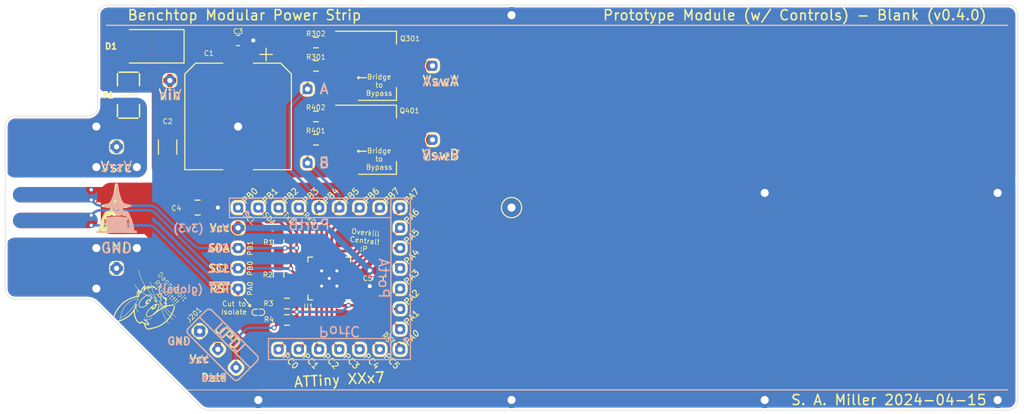
<source format=kicad_pcb>
(kicad_pcb (version 20211014) (generator pcbnew)
  (title_block (title "Benchtop Modular Power Strip") (date "2024-04-15") (rev "0.4.0") (company "S. A. Miller") (comment 1 "Prototype Module (w/ Controls)") (comment 2 "Blank"))
  (layers (0 "F.Cu" signal) (31 "B.Cu" signal) (34 "B.Paste" user) (35 "F.Paste" user) (36 "B.SilkS" user "B.Silkscreen") (37 "F.SilkS" user "F.Silkscreen") (38 "B.Mask" user) (39 "F.Mask" user) (44 "Edge.Cuts" user))
  (net 0 "")
  (net 1 "GND")
  (net 2 "~{RESET}")
  (net 3 "Dat0")
  (net 4 "PA4")
  (net 5 "PA5")
  (net 6 "PA6")
  (net 7 "PA7")
  (net 8 "PB2")
  (net 9 "PB3")
  (net 10 "PA1")
  (net 11 "PA2")
  (net 12 "PA3")
  (net 13 "PB0")
  (net 14 "PB1")
  (net 15 "PB4")
  (net 16 "PB5")
  (net 17 "PB6")
  (net 18 "PB7")
  (net 19 "PC2")
  (net 20 "PC3")
  (net 21 "PC4")
  (net 22 "PC5")
  (net 23 "Vsrc")
  (net 24 "Vin")
  (net 25 "/Source Power Rail/Vprot")
  (net 26 "PA0")
  (net 27 "I2C-Vcc")
  (net 28 "PC0")
  (net 29 "PC1")
  (net 30 "Net-(Q301-Pad1)")
  (net 31 "VswA")
  (net 32 "Net-(Q401-Pad1)")
  (net 33 "VswB")
  (footprint "tinker:TestPoint_THTPad_D1.0mm_Drill0.5mm" (layer "F.Cu") (at 79 114)
    (fp_text reference "PC1")
    (fp_text value "CtrlC" hide)
  )
  (footprint "Package_TO_SOT_SMD:SOT-223-3_TabPin2" (layer "F.Cu") (at 86.7278 93.3)
    (fp_text reference "Q401")
    (fp_text value "ZXMP4A16G")
  )
  (footprint "tinker:TestPoint_THTPad_D1.0mm_Drill0.5mm" (layer "F.Cu") (at 92.2 93.3)
    (fp_text reference "TP402" hide)
    (fp_text value "VswB" hide)
  )
  (footprint "Capacitor_SMD:C_0805_2012Metric" (layer "F.Cu") (at 69 100)
    (fp_text reference "C4")
    (fp_text value "4.7uF")
  )
  (footprint "Resistor_SMD:R_0603_1608Metric" (layer "F.Cu") (at 77.825 109.474)
    (fp_text reference "R3")
    (fp_text value "10k")
  )
  (footprint "Resistor_SMD:R_0603_1608Metric" (layer "F.Cu") (at 80.6794 86)
    (fp_text reference "R301")
    (fp_text value "100")
  )
  (footprint "tinker:TestPoint_THTPad_D1.0mm_Drill0.5mm" (layer "F.Cu") (at 73 108)
    (fp_text reference "TP3" hide)
    (fp_text value "Dat0" hide)
  )
  (footprint "tinker:TestPoint_THTPad_D1.0mm_Drill0.5mm" (layer "F.Cu") (at 61 94)
    (fp_text reference "TP1" hide)
    (fp_text value "Vsrc" hide)
  )
  (footprint "tinker:TestPoint_THTPad_D1.0mm_Drill0.5mm" (layer "F.Cu") (at 85 114 90)
    (fp_text reference "PC4")
    (fp_text value "CtrlC" hide)
  )
  (footprint "Capacitor_SMD:C_0603_1608Metric" (layer "F.Cu") (at 86.8172 106.9848 -90)
    (fp_text reference "C5")
    (fp_text value "100nF")
  )
  (footprint "tinker:TestPoint_THTPad_D1.0mm_Drill0.5mm" (layer "F.Cu") (at 79.8544 95.6)
    (fp_text reference "TP401" hide)
    (fp_text value "CtrlA" hide)
  )
  (footprint "tinker:TestPoint_THTPad_D1.0mm_Drill0.5mm" (layer "F.Cu") (at 81 100 90)
    (fp_text reference "PB4")
    (fp_text value "CtrlB" hide)
  )
  (footprint "tinker:F1206" (layer "F.Cu") (at 62.176 88.9 90)
    (fp_text reference "F1")
    (fp_text value "Polyfuse" hide)
  )
  (footprint "Capacitor_SMD:C_1206_3216Metric" (layer "F.Cu") (at 66.04 94.0308 -90)
    (fp_text reference "C2")
    (fp_text value "10uF")
  )
  (footprint "Resistor_SMD:R_0603_1608Metric" (layer "F.Cu") (at 77 103.4288 -90)
    (fp_text reference "R1")
    (fp_text value "10k")
  )
  (footprint "tinker:TestPoint_THTPad_D1.0mm_Drill0.5mm" (layer "F.Cu") (at 89 110 180)
    (fp_text reference "PA2")
    (fp_text value "CtrlA" hide)
  )
  (footprint "tinker:TestPoint_THTPad_D1.0mm_Drill0.5mm" (layer "F.Cu") (at 87 114 90)
    (fp_text reference "PC5")
    (fp_text value "CtrlC" hide)
  )
  (footprint "tinker:TestPoint_THTPad_D1.0mm_Drill0.5mm" (layer "F.Cu") (at 92.2 86)
    (fp_text reference "TP302" hide)
    (fp_text value "VswA" hide)
  )
  (footprint "Resistor_SMD:R_0603_1608Metric" (layer "F.Cu") (at 77.825 111.0996 180)
    (fp_text reference "R4")
    (fp_text value "330R")
  )
  (footprint "tinker:TestPoint_THTPad_D1.0mm_Drill0.5mm" (layer "F.Cu") (at 89 106 180)
    (fp_text reference "PA4")
    (fp_text value "CtrlA" hide)
  )
  (footprint "Capacitor_SMD:C_0603_1608Metric" (layer "F.Cu") (at 73 83.5)
    (fp_text reference "C3")
    (fp_text value "100nF")
  )
  (footprint "tinker:tinySJ-Bridged" (layer "F.Cu") (at 75 110.3376)
    (fp_text reference "JP201" hide)
    (fp_text value "Jumper_2_Bridged" hide)
  )
  (footprint "Capacitor_SMD:CP_Elec_10x10" (layer "F.Cu") (at 73 91 -90)
    (fp_text reference "C1")
    (fp_text value "220uF")
  )
  (footprint "tinker:TestPoint_THTPad_D1.0mm_Drill0.5mm" (layer "F.Cu") (at 75 100 90)
    (fp_text reference "PB1")
    (fp_text value "CtrlB" hide)
  )
  (footprint "tinker:TestPoint_THTPad_D1.0mm_Drill0.5mm" (layer "F.Cu") (at 81 114 90)
    (fp_text reference "PC2")
    (fp_text value "CtrlC" hide)
  )
  (footprint "tinker:TestPoint_THTPad_D1.0mm_Drill0.5mm" (layer "F.Cu") (at 89 100 180)
    (fp_text reference "PA7")
    (fp_text value "CtrlA" hide)
  )
  (footprint "Package_DFN_QFN:QFN-24-1EP_4x4mm_P0.5mm_EP2.6x2.6mm" (layer "F.Cu") (at 82 107 180)
    (fp_text reference "U1")
    (fp_text value "ATtiny1617")
  )
  (footprint "tinker:NerdMage" (layer "F.Cu") (at 61 100)
    (fp_text reference "G***" hide)
    (fp_text value "LOGO" hide)
  )
  (footprint "tinker:TestPoint_THTPad_D1.0mm_Drill0.5mm" (layer "F.Cu") (at 77 114)
    (fp_text reference "PC0")
    (fp_text value "CtrlC" hide)
  )
  (footprint "tinker:TestPoint_THTPad_D1.0mm_Drill0.5mm" (layer "F.Cu") (at 66.262 87.45)
    (fp_text reference "TP2" hide)
    (fp_text value "Vin" hide)
  )
  (footprint "tinker:TestPoint_THTPad_D1.0mm_Drill0.5mm" (layer "F.Cu") (at 83 100 90)
    (fp_text reference "PB5")
    (fp_text value "CtrlB" hide)
  )
  (footprint "tinker:TestPoint_THTPad_D1.0mm_Drill0.5mm" (layer "F.Cu") (at 61 106)
    (fp_text reference "TP7" hide)
    (fp_text value "GND" hide)
  )
  (footprint "tinker:DagNabbit" (layer "F.Cu") (at 64.1016 109.72 135)
    (fp_text reference "REF**" hide)
    (fp_text value "DagNabbit" hide)
  )
  (footprint "Package_TO_SOT_SMD:SOT-223-3_TabPin2" (layer "F.Cu") (at 86.7278 86)
    (fp_text reference "Q301")
    (fp_text value "ZXMP4A16G")
  )
  (footprint "tinker:TestPoint_THTPad_D1.0mm_Drill0.5mm" (layer "F.Cu") (at 79.8544 88.3)
    (fp_text reference "TP301" hide)
    (fp_text value "CtrlA" hide)
  )
  (footprint "tinker:TestPoint_THTPad_D1.0mm_Drill0.5mm" (layer "F.Cu") (at 89 102 180)
    (fp_text reference "PA6")
    (fp_text value "CtrlA" hide)
  )
  (footprint "tinker:TestPoint_THTPad_D1.0mm_Drill0.5mm" (layer "F.Cu") (at 89 112 180)
    (fp_text reference "PA1")
    (fp_text value "CtrlA" hide)
  )
  (footprint "Resistor_SMD:R_0603_1608Metric" (layer "F.Cu") (at 80.6794 91)
    (fp_text reference "R402")
    (fp_text value "10k")
  )
  (footprint "tinker:TestPoint_THTPad_D1.0mm_Drill0.5mm" (layer "F.Cu") (at 77 100 90)
    (fp_text reference "PB2")
    (fp_text value "CtrlB" hide)
  )
  (footprint "tinker:TestPoint_THTPad_D1.0mm_Drill0.5mm" (layer "F.Cu") (at 73 106)
    (fp_text reference "TP6" hide)
    (fp_text value "Dat3" hide)
  )
  (footprint "Resistor_SMD:R_0603_1608Metric" (layer "F.Cu") (at 77 106.6292 90)
    (fp_text reference "R2")
    (fp_text value "10k")
  )
  (footprint "tinker:TestPoint_THTPad_D1.0mm_Drill0.5mm" (layer "F.Cu") (at 89 104 180)
    (fp_text reference "PA5")
    (fp_text value "CtrlA" hide)
  )
  (footprint "tinker:TestPoint_THTPad_D1.0mm_Drill0.5mm" (layer "F.Cu") (at 87 100 90)
    (fp_text reference "PB7")
    (fp_text value "CtrlB" hide)
  )
  (footprint "tinker:TestPoint_THTPad_D1.0mm_Drill0.5mm" (layer "F.Cu") (at 73 100 90)
    (fp_text reference "PB0")
    (fp_text value "CtrlB" hide)
  )
  (footprint "Resistor_SMD:R_0603_1608Metric" (layer "F.Cu") (at 80.6794 83.7)
    (fp_text reference "R302")
    (fp_text value "10k")
  )
  (footprint "Diode_SMD:D_SMA" (layer "F.Cu") (at 64.262 84.074 180)
    (fp_text reference "D1")
    (fp_text value "D_Schottky")
  )
  (footprint "tinker:TestPoint_THTPad_D1.0mm_Drill0.5mm" (layer "F.Cu") (at 79 100 90)
    (fp_text reference "PB3")
    (fp_text value "CtrlB" hide)
  )
  (footprint "Resistor_SMD:R_0603_1608Metric" (layer "F.Cu") (at 80.6794 93.3)
    (fp_text reference "R401")
    (fp_text value "100")
  )
  (footprint "tinker:TestPoint_THTPad_D1.0mm_Drill0.5mm" (layer "F.Cu") (at 83 114 90)
    (fp_text reference "PC3")
    (fp_text value "CtrlC" hide)
  )
  (footprint "tinker:TestPoint_THTPad_D1.0mm_Drill0.5mm" (layer "F.Cu") (at 89 108 180)
    (fp_text reference "PA3")
    (fp_text value "CtrlA" hide)
  )
  (footprint "tinker:UPDI_connection" (layer "F.Cu") (at 71 114 -45)
    (fp_text reference "J201")
    (fp_text value "UPDI Connection" hide)
  )
  (footprint "tinker:TestPoint_THTPad_D1.0mm_Drill0.5mm" (layer "F.Cu") (at 89 114 180)
    (fp_text reference "PA0")
    (fp_text value "CtrlA" hide)
  )
  (footprint "tinker:TestPoint_THTPad_D1.0mm_Drill0.5mm" (layer "F.Cu") (at 73 102)
    (fp_text reference "TP4" hide)
    (fp_text value "Dat1" hide)
  )
  (footprint "tinker:TestPoint_THTPad_D1.0mm_Drill0.5mm" (layer "F.Cu") (at 73 104)
    (fp_text reference "TP5" hide)
    (fp_text value "Dat2" hide)
  )
  (footprint "tinker:TestPoint_THTPad_D1.0mm_Drill0.5mm" (layer "F.Cu") (at 85 100 90)
    (fp_text reference "PB6")
    (fp_text value "CtrlB" hide)
  )
  (footprint "tinker:NerdMage" (layer "B.Cu") (at 61 100 180)
    (fp_text reference "G***" hide)
    (fp_text value "LOGO" hide)
  )
  (gr_line (start 68 118) (end 149 118) (layer "B.SilkS") (width 0.1))
  (gr_rect (start 72.136 99.06) (end 88.0872 100.9904) (layer "B.SilkS") (width 0.12) (fill none))
  (gr_line (start 60 82) (end 149 82) (layer "B.SilkS") (width 0.1))
  (gr_rect (start 88.0872 115.0112) (end 75.9968 112.9284) (layer "B.SilkS") (width 0.12) (fill none))
  (gr_rect (start 88.0872 99.06) (end 90.0176 115.0112) (layer "B.SilkS") (width 0.12) (fill none))
  (gr_line (start 84.7942 94.4372) (end 84.8958 94.3356) (layer "F.SilkS") (width 0.12))
  (gr_line (start 84.8958 94.5388) (end 84.7942 94.4372) (layer "F.SilkS") (width 0.12))
  (gr_line (start 84.7942 87.1728) (end 84.8958 87.0712) (layer "F.SilkS") (width 0.12))
  (gr_line (start 73.6108 108.966) (end 74.2204 109.7788) (layer "F.SilkS") (width 0.12))
  (gr_line (start 85.6578 87.1728) (end 84.7942 87.1728) (layer "F.SilkS") (width 0.12))
  (gr_line (start 85.6578 94.4372) (end 84.7942 94.4372) (layer "F.SilkS") (width 0.12))
  (gr_line (start 84.8958 87.0712) (end 84.8958 87.2744) (layer "F.SilkS") (width 0.12))
  (gr_line (start 60 82) (end 149 82) (layer "F.SilkS") (width 0.1))
  (gr_line (start 75 118) (end 149 118) (layer "F.SilkS") (width 0.1))
  (gr_line (start 74.0172 109.728) (end 74.2204 109.7788) (layer "F.SilkS") (width 0.12))
  (gr_line (start 84.8958 87.2744) (end 84.7942 87.1728) (layer "F.SilkS") (width 0.12))
  (gr_line (start 74.2204 109.7788) (end 74.2204 109.5756) (layer "F.SilkS") (width 0.12))
  (gr_line (start 84.8958 94.3356) (end 84.8958 94.5388) (layer "F.SilkS") (width 0.12))
  (gr_circle (center 100 100) (end 101 100) (layer "F.SilkS") (width 0.12) (fill none))
  (gr_line (start 74.2204 109.5756) (end 74.0172 109.728) (layer "F.SilkS") (width 0.12))
  (gr_line (start 59.144 109.548) (end 69.144 119.548) (layer "Edge.Cuts") (width 0.05))
  (gr_arc (start 149 80) (mid 149.707107 80.292893) (end 150 81) (layer "Edge.Cuts") (width 0.05))
  (gr_arc (start 50 91.96) (mid 50.292893 91.252893) (end 51 90.96) (layer "Edge.Cuts") (width 0.05))
  (gr_line (start 50 108.04) (end 50 91.96) (layer "Edge.Cuts") (width 0.05))
  (gr_line (start 60.144 80) (end 149 80) (layer "Edge.Cuts") (width 0.05))
  (gr_arc (start 58.144 109.04) (mid 58.694524 109.194544) (end 59.144 109.548) (layer "Edge.Cuts") (width 0.05))
  (gr_line (start 59.144 81) (end 59.144 89.96) (layer "Edge.Cuts") (width 0.05))
  (gr_arc (start 59.144 81) (mid 59.436893 80.292893) (end 60.144 80) (layer "Edge.Cuts") (width 0.05))
  (gr_arc (start 150 119) (mid 149.707107 119.707107) (end 149 120) (layer "Edge.Cuts") (width 0.05))
  (gr_arc (start 70.144 120) (mid 69.594859 119.882718) (end 69.144 119.548) (layer "Edge.Cuts") (width 0.05))
  (gr_line (start 150 119) (end 150 81) (layer "Edge.Cuts") (width 0.05))
  (gr_line (start 51 90.96) (end 58.144 90.96) (layer "Edge.Cuts") (width 0.05))
  (gr_arc (start 51 109.04) (mid 50.292893 108.747107) (end 50 108.04) (layer "Edge.Cuts") (width 0.05))
  (gr_arc (start 59.144 89.96) (mid 58.851107 90.667107) (end 58.144 90.96) (layer "Edge.Cuts") (width 0.05))
  (gr_line (start 58.144 109.04) (end 51 109.04) (layer "Edge.Cuts") (width 0.05))
  (gr_line (start 149 120) (end 70.144 120) (layer "Edge.Cuts") (width 0.05))
  (gr_text "Vcc (3v3)" (at 72.194 102.0516) (layer "B.SilkS") (effects (font (size 0.75 0.75)) (justify left mirror)))
  (gr_text "B" (at 81.4832 95.5548) (layer "B.SilkS") (effects (font (size 1 1)) (justify mirror)))
  (gr_text "PortA" (at 87.376 106.9848 270) (layer "B.SilkS") (effects (font (size 1 1)) (justify mirror)))
  (gr_text "0" (at 73.914 100.6348) (layer "B.SilkS") (effects (font (size 0.5 0.5) (thickness 0.1)) (justify mirror)))
  (gr_text "0" (at 89.6112 113.03 90) (layer "B.SilkS") (effects (font (size 0.5 0.5) (thickness 0.1)) (justify mirror)))
  (gr_text "VswA" (at 93.0148 87.5284) (layer "B.SilkS") (effects (font (size 1 1)) (justify mirror)))
  (gr_text "GND" (at 60.96 103.9876) (layer "B.SilkS") (effects (font (size 1 1)) (justify mirror)))
  (gr_text "SDA" (at 72.194 104.0516) (layer "B.SilkS") (effects (font (size 0.75 0.75)) (justify left mirror)))
  (gr_text "Vin" (at 66.294 88.9) (layer "B.SilkS") (effects (font (size 1 1)) (justify mirror)))
  (gr_text "PortC" (at 83.0072 112.2172 180) (layer "B.SilkS") (effects (font (size 1 1)) (justify mirror)))
  (gr_text "PortB" (at 80.01 101.7016) (layer "B.SilkS") (effects (font (size 1 1)) (justify mirror)))
  (gr_text "VswB" (at 93.0148 94.8436) (layer "B.SilkS") (effects (font (size 1 1)) (justify mirror)))
  (gr_text "0" (at 77.9272 114.6048) (layer "B.SilkS") (effects (font (size 0.5 0.5) (thickness 0.1)) (justify mirror)))
  (gr_text "SCL" (at 72.194 106.0516) (layer "B.SilkS") (effects (font (size 0.75 0.75)) (justify left mirror)))
  (gr_text "A" (at 81.4832 88.2904) (layer "B.SilkS") (effects (font (size 1 1)) (justify mirror)))
  (gr_text "~{RST} (global)" (at 72.2376 108.0516) (layer "B.SilkS") (effects (font (size 0.75 0.75)) (justify left mirror)))
  (gr_text "Vsrc" (at 60.96 95.9612) (layer "B.SilkS") (effects (font (size 1 1)) (justify mirror)))
  (gr_text "${TITLE}" (at 62 81) (layer "F.SilkS") (effects (font (size 1 1)) (justify left)))
  (gr_text "${COMMENT1} - ${COMMENT2} (v${REVISION})" (at 147 81) (layer "F.SilkS") (effects (font (size 1 1)) (justify right)))
  (gr_text "~{RST}" (at 72.3 108) (layer "F.SilkS") (effects (font (size 0.75 0.75)) (justify right)))
  (gr_text "Vin" (at 66.262 88.8492) (layer "F.SilkS") (effects (font (size 1 1))))
  (gr_text "SCL" (at 72.2564 106) (layer "F.SilkS") (effects (font (size 0.75 0.75)) (justify right)))
  (gr_text "RxD" (at 79.55 100.55 315) (layer "F.SilkS") (effects (font (size 0.5 0.5) (thickness 0.075)) (justify left)))
  (gr_text "B" (at 81.5044 95.6) (layer "F.SilkS") (effects (font (size 1 1))))
  (gr_text "Vcc" (at 72.2564 102) (layer "F.SilkS") (effects (font (size 0.75 0.75)) (justify right)))
  (gr_text "TxD" (at 77.55 100.55 315) (layer "F.SilkS") (effects (font (size 0.5 0.5) (thickness 0.075)) (justify left)))
  (gr_text "PB1" (at 74.1868 104 90) (layer "F.SilkS") (effects (font (size 0.5 0.5) (thickness 0.075))))
  (gr_text "SDA" (at 72.2564 104) (layer "F.SilkS") (effects (font (size 0.75 0.75)) (justify right)))
  (gr_text "Overkill\nCentral!\n:P" (at 85.4964 103.2764 -6.282) (layer "F.SilkS") (effects (font (size 0.5 0.5) (thickness 0.075))))
  (gr_text "Vsrc" (at 61 96) (layer "F.SilkS") (effects (font (size 1 1))))
  (gr_text "ATTiny XXx7" (at 83 117 3.141) (layer "F.SilkS") (effects (font (size 1 1))))
  (gr_text "Bridge\nto\nBypass" (at 86.9278 95.2) (layer "F.SilkS") (effects (font (size 0.5 0.5) (thickness 0.075))))
  (gr_text "Bridge\nto\nBypass" (at 86.9278 87.9) (layer "F.SilkS") (effects (font (size 0.5 0.5) (thickness 0.075))))
  (gr_text "Cut to\nIsolate" (at 72.6 109.9) (layer "F.SilkS") (effects (font (size 0.5 0.5) (thickness 0.075))))
  (gr_text "VswB" (at 93 94.8) (layer "F.SilkS") (effects (font (size 1 1))))
  (gr_text "A" (at 81.5044 88.3) (layer "F.SilkS") (effects (font (size 1 1))))
  (gr_text "SCL" (at 73.55 100.55 315) (layer "F.SilkS") (effects (font (size 0.5 0.5) (thickness 0.075)) (justify left)))
  (gr_text "VswA" (at 93 87.5) (layer "F.SilkS") (effects (font (size 1 1))))
  (gr_text "PA0" (at 74.1868 108 90) (layer "F.SilkS") (effects (font (size 0.5 0.5) (thickness 0.075))))
  (gr_text "${COMPANY} ${ISSUE_DATE}" (at 147 119) (layer "F.SilkS") (effects (font (size 1 1)) (justify right)))
  (gr_text "SDA" (at 75.55 100.55 315) (layer "F.SilkS") (effects (font (size 0.5 0.5) (thickness 0.075)) (justify left)))
  (gr_text "GND" (at 61 104) (layer "F.SilkS") (effects (font (size 1 1))))
  (gr_text "~{RST}" (at 88.3 113.5 -45) (layer "F.SilkS") (effects (font (size 0.5 0.5) (thickness 0.075)) (justify right)))
  (gr_text "PB0" (at 74.1868 106 90) (layer "F.SilkS") (effects (font (size 0.5 0.5) (thickness 0.075))))
  (segment (start 73 92) (end 73 95) (width 0.5) (layer "F.Cu") (net 1))
  (segment (start 84.932549 107.613353) (end 84.715642 107.396446) (width 0.25) (layer "F.Cu") (net 1))
  (segment (start 86 107.7598) (end 85.286103 107.7598) (width 0.25) (layer "F.Cu") (net 1))
  (segment (start 74.5 83.5) (end 73.775 83.5) (width 0.5) (layer "F.Cu") (net 1))
  (segment (start 66.04 95.5058) (end 72.4942 95.5058) (width 0.5) (layer "F.Cu") (net 1))
  (segment (start 71 100) (end 69.95 100) (width 0.5) (layer "F.Cu") (net 1))
  (segment (start 86.8172 107.7598) (end 86 107.7598) (width 0.5) (layer "F.Cu") (net 1))
  (segment (start 72.4942 95.5058) (end 73 95) (width 0.5) (layer "F.Cu") (net 1))
  (segment (start 82.25 107.25) (end 82 107) (width 0.25) (layer "F.Cu") (net 1))
  (segment (start 83.9375 107.25) (end 82.25 107.25) (width 0.25) (layer "F.Cu") (net 1))
  (segment (start 84.362089 107.25) (end 83.9375 107.25) (width 0.25) (layer "F.Cu") (net 1))
  (via (at 82.75 107.75) (size 0.5) (drill 0.3) (layers "F.Cu" "B.Cu") (net 1))
  (via (at 75 119) (size 1.6) (drill 0.8) (layers "F.Cu" "B.Cu") (net 1))
  (via (at 86 107.7598) (size 0.8) (drill 0.4) (layers "F.Cu" "B.Cu") (net 1))
  (via (at 73 92) (size 1.6) (drill 0.8) (layers "F.Cu" "B.Cu") (net 1))
  (via (at 82 107) (size 0.5) (drill 0.3) (layers "F.Cu" "B.Cu") (net 1))
  (via (at 63 104) (size 1.6) (drill 0.8) (layers "F.Cu" "B.Cu") (net 1))
  (via (at 148 119) (size 1.6) (drill 0.8) (layers "F.Cu" "B.Cu") (net 1))
  (via (at 82.75 106.25) (size 0.5) (drill 0.3) (layers "F.Cu" "B.Cu") (net 1))
  (via (at 81.25 107.75) (size 0.5) (drill 0.3) (layers "F.Cu" "B.Cu") (net 1))
  (via (at 148 98.552) (size 1.6) (drill 0.8) (layers "F.Cu" "B.Cu") (net 1))
  (via (at 71 100) (size 0.8) (drill 0.4) (layers "F.Cu" "B.Cu") (net 1))
  (via (at 125 98.552) (size 1.6) (drill 0.8) (layers "F.Cu" "B.Cu") (net 1))
  (via (at 100 119) (size 1.6) (drill 0.8) (layers "F.Cu" "B.Cu") (net 1))
  (via (at 74.5 83.5) (size 0.8) (drill 0.4) (layers "F.Cu" "B.Cu") (net 1))
  (via (at 59 104) (size 1.6) (drill 0.8) (layers "F.Cu" "B.Cu") (net 1))
  (via (at 59 108) (size 1.6) (drill 0.8) (layers "F.Cu" "B.Cu") (net 1))
  (via (at 81.25 106.25) (size 0.5) (drill 0.3) (layers "F.Cu" "B.Cu") (net 1))
  (via (at 100 100) (size 1.6) (drill 0.8) (layers "F.Cu" "B.Cu") (net 1))
  (via (at 100 81) (size 1.6) (drill 0.8) (layers "F.Cu" "B.Cu") (net 1))
  (via (at 125 119) (size 1.6) (drill 0.8) (layers "F.Cu" "B.Cu") (net 1))
  (arc (start 84.932549 107.613353) (mid 85.094761 107.72174) (end 85.286103 107.7598) (width 0.25) (layer "F.Cu") (net 1))
  (arc (start 84.715642 107.396446) (mid 84.55343 107.28806) (end 84.362089 107.25) (width 0.25) (layer "F.Cu") (net 1))
  (segment (start 76.555 111.8616) (end 77 111.4166) (width 0.25) (layer "F.Cu") (net 2))
  (segment (start 77 111.4166) (end 77 111.0996) (width 0.25) (layer "F.Cu") (net 2))
  (via (at 76.555 111.8616) (size 0.5) (drill 0.3) (layers "F.Cu" "B.Cu") (net 2))
  (segment (start 76.555 111.8616) (end 76.553073 111.863527) (width 0.25) (layer "B.Cu") (net 2))
  (segment (start 73.621107 112.154493) (end 73.088944 112.686656) (width 0.25) (layer "B.Cu") (net 2))
  (segment (start 76.553073 111.863527) (end 74.229912 111.863527) (width 0.25) (layer "B.Cu") (net 2))
  (segment (start 72.796051 113.393763) (end 72.796051 115.796051) (width 0.25) (layer "B.Cu") (net 2))
  (arc (start 74.229912 111.863527) (mid 73.90066 111.957614) (end 73.621107 112.154493) (width 0.25) (layer "B.Cu") (net 2))
  (arc (start 73.088944 112.686656) (mid 72.872171 113.01108) (end 72.796051 113.393763) (width 0.25) (layer "B.Cu") (net 2))
  (segment (start 73.462753 110.191153) (end 73.146446 109.874846) (width 0.25) (layer "F.Cu") (net 3))
  (segment (start 73 109.521293) (end 73 108) (width 0.25) (layer "F.Cu") (net 3))
  (segment (start 73.816307 110.3376) (end 74.4892 110.3376) (width 0.25) (layer "F.Cu") (net 3))
  (via (at 58.5 101.76) (size 0.5) (drill 0.3) (layers "F.Cu" "B.Cu") (net 3))
  (arc (start 73 109.521293) (mid 73.03806 109.712634) (end 73.146446 109.874846) (width 0.25) (layer "F.Cu") (net 3))
  (arc (start 73.816307 110.3376) (mid 73.624965 110.29954) (end 73.462753 110.191153) (width 0.25) (layer "F.Cu") (net 3))
  (segment (start 70.470707 107.707107) (end 64.816493 102.052893) (width 0.25) (layer "B.Cu") (net 3))
  (segment (start 64.109386 101.76) (end 58.5 101.76) (width 0.25) (layer "B.Cu") (net 3))
  (segment (start 73 108) (end 71.177814 108) (width 0.25) (layer "B.Cu") (net 3))
  (arc (start 64.109386 101.76) (mid 64.492069 101.83612) (end 64.816493 102.052893) (width 0.25) (layer "B.Cu") (net 3))
  (arc (start 71.177814 108) (mid 70.795131 107.92388) (end 70.470707 107.707107) (width 0.25) (layer "B.Cu") (net 3))
  (segment (start 86.198008 104.45) (end 86.7612 104.45) (width 0.25) (layer "F.Cu") (net 4))
  (segment (start 83.9375 106.25) (end 84.398008 106.25) (width 0.25) (layer "F.Cu") (net 4))
  (segment (start 84.398008 106.25) (end 86.198008 104.45) (width 0.25) (layer "F.Cu") (net 4))
  (segment (start 87.45 104.45) (end 86.7612 104.45) (width 0.25) (layer "F.Cu") (net 4))
  (segment (start 89 106) (end 87.45 104.45) (width 0.25) (layer "F.Cu") (net 4))
  (segment (start 84.261612 105.75) (end 86.011612 104) (width 0.25) (layer "F.Cu") (net 5))
  (segment (start 86.3984 104) (end 89 104) (width 0.25) (layer "F.Cu") (net 5))
  (segment (start 86.011612 104) (end 86.3984 104) (width 0.25) (layer "F.Cu") (net 5))
  (segment (start 83.9375 105.75) (end 84.261612 105.75) (width 0.25) (layer "F.Cu") (net 5))
  (segment (start 84.312716 105.0625) (end 85.825216 103.55) (width 0.25) (layer "F.Cu") (net 6))
  (segment (start 85.825216 103.55) (end 86.2896 103.55) (width 0.25) (layer "F.Cu") (net 6))
  (segment (start 83.25 105.0625) (end 84.312716 105.0625) (width 0.25) (layer "F.Cu") (net 6))
  (segment (start 89 102) (end 87.45 103.55) (width 0.25) (layer "F.Cu") (net 6))
  (segment (start 87.45 103.55) (end 86.2896 103.55) (width 0.25) (layer "F.Cu") (net 6))
  (segment (start 82.75 104.601992) (end 83.059592 104.2924) (width 0.25) (layer "F.Cu") (net 7))
  (segment (start 84.44642 104.2924) (end 85.63882 103.1) (width 0.25) (layer "F.Cu") (net 7))
  (segment (start 87.9856 101.346) (end 89 100.3316) (width 0.25) (layer "F.Cu") (net 7))
  (segment (start 87.263604 103.1) (end 87.9856 102.378004) (width 0.25) (layer "F.Cu") (net 7))
  (segment (start 85.63882 103.1) (end 87.263604 103.1) (width 0.25) (layer "F.Cu") (net 7))
  (segment (start 89 100.3316) (end 89 100) (width 0.25) (layer "F.Cu") (net 7))
  (segment (start 83.059592 104.2924) (end 84.44642 104.2924) (width 0.25) (layer "F.Cu") (net 7))
  (segment (start 87.9856 102.378004) (end 87.9856 101.346) (width 0.25) (layer "F.Cu") (net 7))
  (segment (start 82.75 105.0625) (end 82.75 104.601992) (width 0.25) (layer "F.Cu") (net 7))
  (segment (start 79.325 105.973008) (end 79.601992 106.25) (width 0.25) (layer "F.Cu") (net 8))
  (segment (start 79.3496 105.3592) (end 79.325 105.3838) (width 0.25) (layer "F.Cu") (net 8))
  (segment (start 79.325 105.3838) (end 79.325 105.973008) (width 0.25) (layer "F.Cu") (net 8))
  (segment (start 79.601992 106.25) (end 80.0625 106.25) (width 0.25) (layer "F.Cu") (net 8))
  (segment (start 77 100) (end 79.3496 102.3496) (width 0.25) (layer "F.Cu") (net 8))
  (segment (start 79.3496 102.3496) (end 79.3496 105.3592) (width 0.25) (layer "F.Cu") (net 8))
  (segment (start 80.0625 101.062499) (end 79 99.999999) (width 0.25) (layer "F.Cu") (net 9))
  (segment (start 80.0625 105.75) (end 80.0625 101.062499) (width 0.25) (layer "F.Cu") (net 9))
  (segment (start 87.45 110.45) (end 86.9804 110.45) (width 0.25) (layer "F.Cu") (net 10))
  (segment (start 85.860008 110.45) (end 86.9804 110.45) (width 0.25) (layer "F.Cu") (net 10))
  (segment (start 89 112) (end 87.45 110.45) (width 0.25) (layer "F.Cu") (net 10))
  (segment (start 83.25 108.9375) (end 84.347508 108.9375) (width 0.25) (layer "F.Cu") (net 10))
  (segment (start 84.347508 108.9375) (end 85.860008 110.45) (width 0.25) (layer "F.Cu") (net 10))
  (segment (start 86.046404 110) (end 86.886 110) (width 0.25) (layer "F.Cu") (net 11))
  (segment (start 89 110) (end 86.886 110) (width 0.25) (layer "F.Cu") (net 11))
  (segment (start 84.296404 108.25) (end 86.046404 110) (width 0.25) (layer "F.Cu") (net 11))
  (segment (start 83.9375 108.25) (end 84.296404 108.25) (width 0.25) (layer "F.Cu") (net 11))
  (segment (start 87.526 109.474) (end 86.1568 109.474) (width 0.25) (layer "F.Cu") (net 12))
  (segment (start 83.9375 107.75) (end 84.4328 107.75) (width 0.25) (layer "F.Cu") (net 12))
  (segment (start 84.4328 107.75) (end 86.1568 109.474) (width 0.25) (layer "F.Cu") (net 12))
  (segment (start 89 108) (end 87.526 109.474) (width 0.25) (layer "F.Cu") (net 12))
  (segment (start 77.167608 101.4404) (end 78.2001 102.472892) (width 0.25) (layer "F.Cu") (net 13))
  (segment (start 73.8888 100.8888) (end 73 100) (width 0.25) (layer "F.Cu") (net 13))
  (segment (start 77.2343 106.0385) (end 77 105.8042) (width 0.25) (layer "F.Cu") (net 13))
  (segment (start 75.345202 100.981598) (end 75.804004 101.4404) (width 0.25) (layer "F.Cu") (net 13))
  (segment (start 73 100) (end 73.981598 100.981598) (width 0.25) (layer "F.Cu") (net 13))
  (segment (start 78.2001 102.472892) (end 78.2001 106.1209) (width 0.25) (layer "F.Cu") (net 13))
  (segment (start 78.2001 106.0385) (end 77.2343 106.0385) (width 0.25) (layer "F.Cu") (net 13))
  (segment (start 78.2001 106.1209) (end 79.3292 107.25) (width 0.25) (layer "F.Cu") (net 13))
  (segment (start 79.3292 107.25) (end 80.0625 107.25) (width 0.25) (layer "F.Cu") (net 13))
  (segment (start 75.804004 101.4404) (end 77.167608 101.4404) (width 0.25) (layer "F.Cu") (net 13))
  (segment (start 73.981598 100.981598) (end 75.345202 100.981598) (width 0.25) (layer "F.Cu") (net 13))
  (via (at 78.2001 106.0385) (size 0.5) (drill 0.3) (layers "F.Cu" "B.Cu") (net 13))
  (via (at 58.5 100.76) (size 0.5) (drill 0.3) (layers "F.Cu" "B.Cu") (net 13))
  (segment (start 69.967911 105.707107) (end 64.825697 100.564893) (width 0.25) (layer "B.Cu") (net 13))
  (segment (start 64.11859 100.272) (end 59.402214 100.272) (width 0.25) (layer "B.Cu") (net 13))
  (segment (start 73 106) (end 78.1616 106) (width 0.25) (layer "B.Cu") (net 13))
  (segment (start 58.695107 100.564893) (end 58.5 100.76) (width 0.25) (layer "B.Cu") (net 13))
  (segment (start 78.1616 106) (end 78.2001 106.0385) (width 0.25) (layer "B.Cu") (net 13))
  (segment (start 73 106) (end 70.675018 106) (width 0.25) (layer "B.Cu") (net 13))
  (arc (start 58.695107 100.564893) (mid 59.01953 100.34812) (end 59.402214 100.272) (width 0.25) (layer "B.Cu") (net 13))
  (arc (start 69.967911 105.707107) (mid 70.292334 105.92388) (end 70.675018 106) (width 0.25) (layer "B.Cu") (net 13))
  (arc (start 64.825697 100.564893) (mid 64.501274 100.34812) (end 64.11859 100.272) (width 0.25) (layer "B.Cu") (net 13))
  (segment (start 79.465596 106.75) (end 80.0625 106.75) (width 0.25) (layer "F.Cu") (net 14))
  (segment (start 78.7751 103.9876) (end 78.7751 102.411496) (width 0.25) (layer "F.Cu") (net 14))
  (segment (start 77.354004 100.9904) (end 75.9904 100.9904) (width 0.25) (layer "F.Cu") (net 14))
  (segment (start 77.6256 104) (end 77.2538 104) (width 0.25) (layer "F.Cu") (net 14))
  (segment (start 75.9904 100.9904) (end 74.999999 100) (width 0.25) (layer "F.Cu") (net 14))
  (segment (start 78.7751 106.059504) (end 79.465596 106.75) (width 0.25) (layer "F.Cu") (net 14))
  (segment (start 78.7751 102.411496) (end 77.354004 100.9904) (width 0.25) (layer "F.Cu") (net 14))
  (segment (start 78.7751 103.9876) (end 78.7751 106.059504) (width 0.25) (layer "F.Cu") (net 14))
  (segment (start 77.2538 104) (end 77 104.2538) (width 0.25) (layer "F.Cu") (net 14))
  (via (at 77.6256 104) (size 0.5) (drill 0.3) (layers "F.Cu" "B.Cu") (net 14))
  (via (at 58.5 99.24) (size 0.5) (drill 0.3) (layers "F.Cu" "B.Cu") (net 14))
  (via (at 78.7751 103.9876) (size 0.5) (drill 0.3) (layers "F.Cu" "B.Cu") (net 14))
  (segment (start 68.604307 103.707107) (end 65.012093 100.114893) (width 0.25) (layer "B.Cu") (net 14))
  (segment (start 73 104) (end 69.311414 104) (width 0.25) (layer "B.Cu") (net 14))
  (segment (start 78.7627 104) (end 78.7751 103.9876) (width 0.25) (layer "B.Cu") (net 14))
  (segment (start 64.304986 99.822) (end 59.496214 99.822) (width 0.25) (layer "B.Cu") (net 14))
  (segment (start 58.789107 99.529107) (end 58.5 99.24) (width 0.25) (layer "B.Cu") (net 14))
  (segment (start 77.5332 104) (end 78.7627 104) (width 0.25) (layer "B.Cu") (net 14))
  (segment (start 73 104) (end 77.5332 104) (width 0.25) (layer "B.Cu") (net 14))
  (arc (start 59.496214 99.822) (mid 59.113531 99.74588) (end 58.789107 99.529107) (width 0.25) (layer "B.Cu") (net 14))
  (arc (start 68.604307 103.707107) (mid 68.92873 103.92388) (end 69.311414 104) (width 0.25) (layer "B.Cu") (net 14))
  (arc (start 65.012093 100.114893) (mid 64.68767 99.89812) (end 64.304986 99.822) (width 0.25) (layer "B.Cu") (net 14))
  (segment (start 80.75 100.25) (end 81 100) (width 0.25) (layer "F.Cu") (net 15))
  (segment (start 80.75 105.0625) (end 80.75 100.25) (width 0.25) (layer "F.Cu") (net 15))
  (segment (start 79.8544 86) (end 79.8544 88.3) (width 0.25) (layer "F.Cu") (net 15))
  (segment (start 78.1304 90.024) (end 78.1304 96.266) (width 0.25) (layer "B.Cu") (net 15))
  (segment (start 79.8544 88.3) (end 78.1304 90.024) (width 0.25) (layer "B.Cu") (net 15))
  (segment (start 81 99.1356) (end 81 100) (width 0.25) (layer "B.Cu") (net 15))
  (segment (start 78.1304 96.266) (end 81 99.1356) (width 0.25) (layer "B.Cu") (net 15))
  (segment (start 81.25 105.0625) (end 81.25 101.75) (width 0.25) (layer "F.Cu") (net 16))
  (segment (start 82.5084 100.4916) (end 83.000001 100) (width 0.25) (layer "F.Cu") (net 16))
  (segment (start 81.25 101.75) (end 82.5084 100.4916) (width 0.25) (layer "F.Cu") (net 16))
  (segment (start 79.8544 93.3) (end 79.8544 95.6) (width 0.25) (layer "F.Cu") (net 16))
  (segment (start 79.8544 95.6) (end 83 98.7456) (width 0.25) (layer "B.Cu") (net 16))
  (segment (start 83 98.7456) (end 83 100) (width 0.25) (layer "B.Cu") (net 16))
  (segment (start 81.75 101.886396) (end 82.445598 101.190798) (width 0.25) (layer "F.Cu") (net 17))
  (segment (start 84.0096 100.9904) (end 85 100) (width 0.25) (layer "F.Cu") (net 17))
  (segment (start 82.445598 101.190798) (end 82.645996 100.9904) (width 0.25) (layer "F.Cu") (net 17))
  (segment (start 81.75 105.0625) (end 81.75 101.886396) (width 0.25) (layer "F.Cu") (net 17))
  (segment (start 82.645996 100.9904) (end 84.0096 100.9904) (width 0.25) (layer "F.Cu") (net 17))
  (segment (start 82.25 105.0625) (end 82.25 102.2048) (width 0.25) (layer "F.Cu") (net 18))
  (segment (start 83.0144 101.4404) (end 82.8548 101.6) (width 0.25) (layer "F.Cu") (net 18))
  (segment (start 86.0604 100.9396) (end 84.696796 100.9396) (width 0.25) (layer "F.Cu") (net 18))
  (segment (start 84.696796 100.9396) (end 84.195996 101.4404) (width 0.25) (layer "F.Cu") (net 18))
  (segment (start 84.195996 101.4404) (end 83.0144 101.4404) (width 0.25) (layer "F.Cu") (net 18))
  (segment (start 82.25 102.2048) (end 82.8548 101.6) (width 0.25) (layer "F.Cu") (net 18))
  (segment (start 87 100) (end 86.0604 100.9396) (width 0.25) (layer "F.Cu") (net 18))
  (segment (start 80.75 108.9375) (end 80.75 113.75) (width 0.25) (layer "F.Cu") (net 19))
  (segment (start 80.75 113.75) (end 81 114) (width 0.25) (layer "F.Cu") (net 19))
  (segment (start 82.163 113.163) (end 83 114) (width 0.25) (layer "F.Cu") (net 20))
  (segment (start 81.25 112.25) (end 82.163 113.163) (width 0.25) (layer "F.Cu") (net 20))
  (segment (start 81.25 108.9375) (end 81.25 112.25) (width 0.25) (layer "F.Cu") (net 20))
  (segment (start 82.717196 113.0808) (end 84.0808 113.0808) (width 0.25) (layer "F.Cu") (net 21))
  (segment (start 81.75 108.9375) (end 81.75 112.113604) (width 0.25) (layer "F.Cu") (net 21))
  (segment (start 82.404998 112.768602) (end 82.717196 113.0808) (width 0.25) (layer "F.Cu") (net 21))
  (segment (start 84.0808 113.0808) (end 85 114) (width 0.25) (layer "F.Cu") (net 21))
  (segment (start 81.75 112.113604) (end 82.404998 112.768602) (width 0.25) (layer "F.Cu") (net 21))
  (segment (start 82.25 108.9375) (end 82.25 111.977208) (width 0.25) (layer "F.Cu") (net 22))
  (segment (start 82.25 111.977208) (end 82.903592 112.6308) (width 0.25) (layer "F.Cu") (net 22))
  (segment (start 86.0808 113.0808) (end 87 114) (width 0.25) (layer "F.Cu") (net 22))
  (segment (start 84.717196 113.0808) (end 86.0808 113.0808) (width 0.25) (layer "F.Cu") (net 22))
  (segment (start 84.267196 112.6308) (end 84.717196 113.0808) (width 0.25) (layer "F.Cu") (net 22))
  (segment (start 82.903592 112.6308) (end 84.267196 112.6308) (width 0.25) (layer "F.Cu") (net 22))
  (via (at 59 92) (size 1.6) (drill 0.8) (layers "F.Cu" "B.Cu") (net 23))
  (via (at 63 96) (size 1.6) (drill 0.8) (layers "F.Cu" "B.Cu") (net 23))
  (via (at 59 96) (size 1.6) (drill 0.8) (layers "F.Cu" "B.Cu") (net 23))
  (segment (start 87.9856 112.6236) (end 89 113.638) (width 0.25) (layer "F.Cu") (net 26))
  (segment (start 78.8005 109.6245) (end 78.65 109.474) (width 0.25) (layer "F.Cu") (net 26))
  (segment (start 83.026992 109.675) (end 83.879408 109.675) (width 0.25) (layer "F.Cu") (net 26))
  (segment (start 82.75 108.9375) (end 82.75 109.398008) (width 0.25) (layer "F.Cu") (net 26))
  (segment (start 83.473008 109.675) (end 83.493004 109.655004) (width 0.25) (layer "F.Cu") (net 26))
  (segment (start 78.8005 110.9491) (end 78.65 111.0996) (width 0.25) (layer "F.Cu") (net 26))
  (segment (start 83.493004 109.655004) (end 84.428616 109.655004) (width 0.25) (layer "F.Cu") (net 26))
  (segment (start 85.720925 110.9) (end 86.8644 110.9) (width 0.25) (layer "F.Cu") (net 26))
  (segment (start 85.673612 110.9) (end 86.8644 110.9) (width 0.25) (layer "F.Cu") (net 26))
  (segment (start 83.026992 109.675) (end 83.473008 109.675) (width 0.25) (layer "F.Cu") (net 26))
  (segment (start 87.9856 111.621996) (end 87.9856 112.6236) (width 0.25) (layer "F.Cu") (net 26))
  (segment (start 78.8005 110.2996) (end 75.352 110.2996) (width 0.25) (layer "F.Cu") (net 26))
  (segment (start 82.75 109.398008) (end 83.026992 109.675) (width 0.25) (layer "F.Cu") (net 26))
  (segment (start 84.428616 109.655004) (end 85.673612 110.9) (width 0.25) (layer "F.Cu") (net 26))
  (segment (start 78.8005 110.2996) (end 78.8005 110.9491) (width 0.25) (layer "F.Cu") (net 26))
  (segment (start 83.879408 109.675) (end 83.899404 109.655004) (width 0.25) (layer "F.Cu") (net 26))
  (segment (start 75.352 110.2996) (end 75.314 110.3376) (width 0.25) (layer "F.Cu") (net 26))
  (segment (start 86.8644 110.9) (end 87.263604 110.9) (width 0.25) (layer "F.Cu") (net 26))
  (segment (start 87.263604 110.9) (end 87.9856 111.621996) (width 0.25) (layer "F.Cu") (net 26))
  (segment (start 78.8005 110.2996) (end 78.8005 109.6245) (width 0.25) (layer "F.Cu") (net 26))
  (segment (start 89 113.638) (end 89 114) (width 0.25) (layer "F.Cu") (net 26))
  (via (at 78.8005 110.2996) (size 0.5) (drill 0.3) (layers "F.Cu" "B.Cu") (net 26))
  (via (at 83.899404 109.655004) (size 0.5) (drill 0.3) (layers "F.Cu" "B.Cu") (net 26))
  (segment (start 83.401255 110.153153) (end 83.899404 109.655004) (width 0.25) (layer "B.Cu") (net 26))
  (segment (start 78.8005 110.2996) (end 83.047701 110.2996) (width 0.25) (layer "B.Cu") (net 26))
  (arc (start 83.047701 110.2996) (mid 83.239043 110.26154) (end 83.401255 110.153153) (width 0.25) (layer "B.Cu") (net 26))
  (segment (start 73 102) (end 71.292893 103.707107) (width 0.6) (layer "F.Cu") (net 27))
  (segment (start 86 106.2098) (end 86.8172 106.2098) (width 0.6) (layer "F.Cu") (net 27))
  (segment (start 84.327297 106.75) (end 83.9375 106.75) (width 0.25) (layer "F.Cu") (net 27))
  (segment (start 86 106.2098) (end 85.281711 106.2098) (width 0.25) (layer "F.Cu") (net 27))
  (segment (start 84.928157 106.356247) (end 84.68085 106.603554) (width 0.25) (layer "F.Cu") (net 27))
  (segment (start 71 104.414214) (end 71 114) (width 0.6) (layer "F.Cu") (net 27))
  (via (at 86 106.2098) (size 0.8) (drill 0.4) (layers "F.Cu" "B.Cu") (net 27))
  (via (at 58.5 98.24) (size 0.5) (drill 0.3) (layers "F.Cu" "B.Cu") (net 27))
  (arc (start 84.327297 106.75) (mid 84.518638 106.71194) (end 84.68085 106.603554) (width 0.25) (layer "F.Cu") (net 27))
  (arc (start 71.292893 103.707107) (mid 71.07612 104.03153) (end 71 104.414214) (width 0.6) (layer "F.Cu") (net 27))
  (arc (start 85.281711 106.2098) (mid 85.090369 106.24786) (end 84.928157 106.356247) (width 0.25) (layer "F.Cu") (net 27))
  (segment (start 82.083093 102.292893) (end 86 106.2098) (width 0.6) (layer "B.Cu") (net 27))
  (segment (start 73 102) (end 81.375986 102) (width 0.6) (layer "B.Cu") (net 27))
  (arc (start 81.375986 102) (mid 81.758669 102.07612) (end 82.083093 102.292893) (width 0.6) (layer "B.Cu") (net 27))
  (segment (start 79.601992 107.75) (end 79.325 108.026992) (width 0.25) (layer "F.Cu") (net 28))
  (segment (start 79.325 108.026992) (end 79.325 108.931538) (width 0.25) (layer "F.Cu") (net 28))
  (segment (start 80.0625 107.75) (end 79.601992 107.75) (width 0.25) (layer "F.Cu") (net 28))
  (segment (start 79.375 108.981538) (end 79.375 111.625) (width 0.25) (layer "F.Cu") (net 28))
  (segment (start 79.325 108.931538) (end 79.375 108.981538) (width 0.25) (layer "F.Cu") (net 28))
  (segment (start 79.375 111.625) (end 77 114) (width 0.25) (layer "F.Cu") (net 28))
  (segment (start 80.0625 108.25) (end 80.0625 112.9375) (width 0.25) (layer "F.Cu") (net 29))
  (segment (start 80.0625 112.9375) (end 79 114) (width 0.25) (layer "F.Cu") (net 29))
  (segment (start 83.5778 83.7) (end 81.5044 83.7) (width 0.25) (layer "F.Cu") (net 30))
  (segment (start 81.5044 86) (end 81.5044 83.7) (width 0.25) (layer "F.Cu") (net 30))
  (segment (start 83.5778 86) (end 89.8778 86) (width 1) (layer "F.Cu") (net 31))
  (segment (start 89.8778 86) (end 92.2 86) (width 1) (layer "F.Cu") (net 31))
  (segment (start 81.5044 91) (end 81.5044 93.3) (width 0.25) (layer "F.Cu") (net 32))
  (segment (start 83.5778 91) (end 81.5044 91) (width 0.25) (layer "F.Cu") (net 32))
  (segment (start 83.5778 93.3) (end 89.8778 93.3) (width 1) (layer "F.Cu") (net 33))
  (segment (start 89.8778 93.3) (end 92.2 93.3) (width 1) (layer "F.Cu") (net 33))
  (zone (net 23) (net_name "Vsrc") (layer "F.Cu") (connect_pads (clearance 0.254)) (min_thickness 0.254) (fill yes (thermal_gap 0.254) (thermal_bridge_width 0.508) (smoothing fillet) (radius 1))
    (polygon (pts (xy 64.003288 97.013505) (xy 49.487288 97.034755) (xy 49.561944 89.236756) (xy 63.978582 89.236756)))
  )
  (zone (net 1) (net_name "GND") (layer "F.Cu") (connect_pads (clearance 0.254)) (min_thickness 0.254) (fill yes (thermal_gap 0.508) (thermal_bridge_width 0.508))
    (polygon (pts (xy 150.4696 97.028) (xy 85.5472 97.028) (xy 85.5472 79.502) (xy 150.4696 79.502)))
  )
  (zone (net 27) (net_name "I2C-Vcc") (layer "F.Cu") (connect_pads (clearance 0.254)) (min_thickness 0.254) (fill yes (thermal_gap 0.254) (thermal_bridge_width 0.508) (smoothing fillet) (radius 1))
    (polygon (pts (xy 59.652 99.492) (xy 50.762 99.492) (xy 50.762 97.968) (xy 59.652 97.968)))
  )
  (zone (net 27) (net_name "I2C-Vcc") (layer "F.Cu") (connect_pads (clearance 0.254)) (min_thickness 0.2) (fill yes (thermal_gap 0.254) (thermal_bridge_width 0.508) (smoothing fillet) (radius 1))
    (polygon (pts (xy 91.186 116.0272) (xy 77.216 116.0272) (xy 63.754 102.616) (xy 59.436 102.616) (xy 59.436 97.536) (xy 91.186 97.536)))
  )
  (zone (net 25) (net_name "/Source Power Rail/Vprot") (layer "F.Cu") (connect_pads (clearance 0.254)) (min_thickness 0.254) (fill yes (thermal_gap 0.254) (thermal_bridge_width 0.508) (smoothing fillet) (radius 1))
    (polygon (pts (xy 64.008 88.646) (xy 49.53 88.646) (xy 49.53 79.502) (xy 64.008 79.502)))
  )
  (zone (net 3) (net_name "Dat0") (layer "F.Cu") (connect_pads (clearance 0.254)) (min_thickness 0.254) (fill yes (thermal_gap 0.254) (thermal_bridge_width 0.508) (smoothing fillet) (radius 1))
    (polygon (pts (xy 59.144 102.032) (xy 50.762 102.032) (xy 50.762 100.508) (xy 59.144 100.508)))
  )
  (zone (net 1) (net_name "GND") (layer "F.Cu") (connect_pads (clearance 0.254)) (min_thickness 0.254) (fill yes (thermal_gap 0.254) (thermal_bridge_width 0.508) (smoothing fillet) (radius 1))
    (polygon (pts (xy 150.622 116.332) (xy 91.5416 116.332) (xy 91.5416 97.4852) (xy 150.622 97.4852)))
  )
  (zone (net 24) (net_name "Vin") (layer "F.Cu") (connect_pads (clearance 0.254)) (min_thickness 0.254) (fill yes (thermal_gap 0.254) (thermal_bridge_width 0.508) (smoothing fillet) (radius 1))
    (polygon (pts (xy 85.2038 97.028) (xy 64.4774 97.028) (xy 64.4774 79.502) (xy 85.2038 79.502)))
  )
  (zone (net 1) (net_name "GND") (layer "F.Cu") (connect_pads (clearance 0.254)) (min_thickness 0.254) (fill yes (thermal_gap 0.254) (thermal_bridge_width 0.508) (smoothing fillet) (radius 1))
    (polygon (pts (xy 76.962 116.332) (xy 150.368 116.332) (xy 150.368 120.396) (xy 49.53 120.396) (xy 49.53 102.9716) (xy 63.5 102.9716)))
  )
  (zone (net 13) (net_name "PB0") (layer "B.Cu") (connect_pads (clearance 0.254)) (min_thickness 0.254) (fill yes (thermal_gap 0.254) (thermal_bridge_width 0.508) (smoothing fillet) (radius 1))
    (polygon (pts (xy 59.144 102.032) (xy 50.762 102.032) (xy 50.762 100.508) (xy 59.144 100.508)))
  )
  (zone (net 1) (net_name "GND") (layer "B.Cu") (connect_pads (clearance 0.254)) (min_thickness 0.254) (fill yes (thermal_gap 0.254) (thermal_bridge_width 0.508) (smoothing fillet) (radius 1))
    (polygon (pts (xy 150.622 120.396) (xy 49.53 120.396) (xy 49.53 102.9716) (xy 64.516 102.9716) (xy 64.516 79.502) (xy 150.622 79.502)))
  )
  (zone (net 14) (net_name "PB1") (layer "B.Cu") (connect_pads (clearance 0.254)) (min_thickness 0.254) (fill yes (thermal_gap 0.254) (thermal_bridge_width 0.508) (smoothing fillet) (radius 1))
    (polygon (pts (xy 59.144 99.492) (xy 50.762 99.492) (xy 50.762 97.968) (xy 59.144 97.968)))
  )
  (zone (net 1) (net_name "GND") (layer "B.Cu") (connect_pads (clearance 0.254)) (min_thickness 0.254) (fill yes (thermal_gap 0.254) (thermal_bridge_width 0.508) (smoothing fillet) (radius 1))
    (polygon (pts (xy 64.516 88.646) (xy 49.53 88.646) (xy 49.53 79.502) (xy 64.516 79.502)))
  )
  (zone (net 23) (net_name "Vsrc") (layer "B.Cu") (connect_pads (clearance 0.254)) (min_thickness 0.254) (fill yes (thermal_gap 0.254) (thermal_bridge_width 0.508) (smoothing fillet) (radius 1))
    (polygon (pts (xy 64.008 97.028) (xy 49.53 97.028) (xy 49.53 89.154) (xy 64.008 89.154)))
  )
)
</source>
